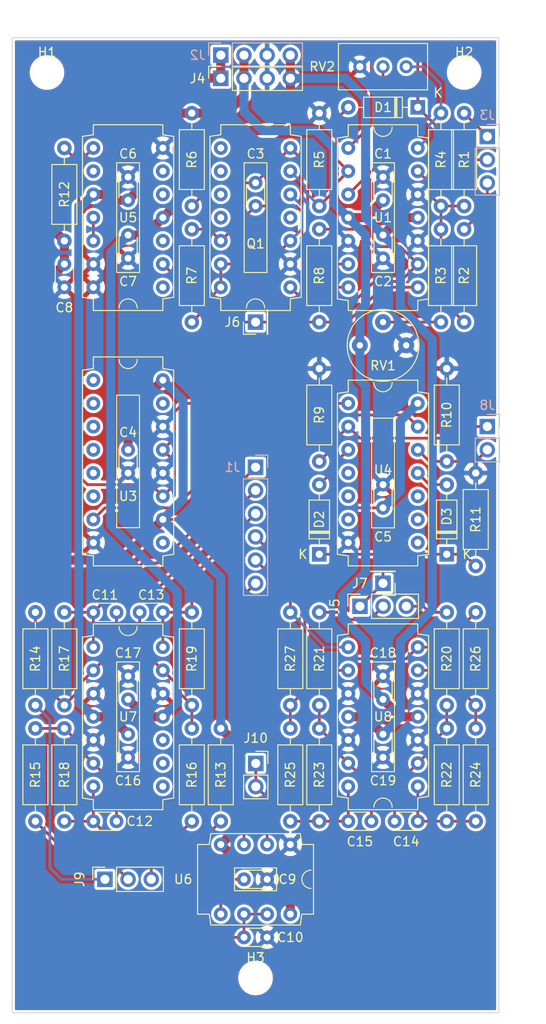
<source format=kicad_pcb>
(kicad_pcb (version 20211014) (generator pcbnew)
  (layers (0 "F.Cu" signal) (31 "B.Cu" signal) (34 "B.Paste" user) (35 "F.Paste" user) (36 "B.SilkS" user "B.Silkscreen") (37 "F.SilkS" user "F.Silkscreen") (38 "B.Mask" user) (39 "F.Mask" user) (44 "Edge.Cuts" user))
  (net 0 "")
  (net 1 "+12V")
  (net 2 "GNDD")
  (net 3 "-12V")
  (net 4 "Net-(C3-Pad1)")
  (net 5 "Net-(C3-Pad2)")
  (net 6 "+5V")
  (net 7 "Net-(C9-Pad1)")
  (net 8 "Net-(C10-Pad1)")
  (net 9 "Net-(C11-Pad1)")
  (net 10 "Sine_out")
  (net 11 "Net-(C12-Pad1)")
  (net 12 "Triangle_out")
  (net 13 "Net-(C13-Pad1)")
  (net 14 "Square_out")
  (net 15 "Net-(C14-Pad1)")
  (net 16 "Net-(C14-Pad2)")
  (net 17 "Net-(C15-Pad1)")
  (net 18 "Net-(C15-Pad2)")
  (net 19 "Clipping")
  (net 20 "/Summer-Clipper/V_linear")
  (net 21 "f_clk")
  (net 22 "Net-(D2-Pad2)")
  (net 23 "Net-(D3-Pad2)")
  (net 24 "Ramp_out")
  (net 25 "Saw_out")
  (net 26 "Pulse_out")
  (net 27 "Manual_mod")
  (net 28 "LFO_mod")
  (net 29 "VCO")
  (net 30 "LFO")
  (net 31 "Sine_in")
  (net 32 "Triangle_in")
  (net 33 "Square_in")
  (net 34 "Ramp_in")
  (net 35 "Saw_in")
  (net 36 "/Volt-Octave Converter/V_expo")
  (net 37 "Net-(Q1-Pad13)")
  (net 38 "Net-(R1-Pad2)")
  (net 39 "Net-(R3-Pad1)")
  (net 40 "Net-(R4-Pad2)")
  (net 41 "/Mode Selector/f_in")
  (net 42 "Net-(R24-Pad2)")
  (net 43 "Net-(R25-Pad2)")
  (net 63 "Net-(U5-Pad11)")
  (net 64 "Pulse_in")
  (net 65 "Net-(Q1-Pad1)")
  (net 66 "Net-(U3-Pad7)")
  (net 67 "Net-(RV2-Pad2)")
  (footprint "Resistor_THT:R_Axial_DIN0207_L6.3mm_D2.5mm_P10.16mm_Horizontal" (layer "F.Cu") (at 50.8 73.025 90)
    (fp_text reference "R26")
    (fp_text value "100k")
  )
  (footprint "Custom Footprints:DIP-14_central_caps" (layer "F.Cu") (at 12.7 19.685 180)
    (fp_text reference "U5")
    (fp_text value "VFC110")
  )
  (footprint "Resistor_THT:R_Axial_DIN0207_L6.3mm_D2.5mm_P10.16mm_Horizontal" (layer "F.Cu") (at 46.99 18.415 90)
    (fp_text reference "R4")
    (fp_text value "2k")
  )
  (footprint "Resistor_THT:R_Axial_DIN0207_L6.3mm_D2.5mm_P10.16mm_Horizontal" (layer "F.Cu") (at 33.655 46.355 90)
    (fp_text reference "R9")
    (fp_text value "1k")
  )
  (footprint "Custom Footprints:C_Disc_P2.54mm" (layer "F.Cu") (at 12.7 22.86 90)
    (fp_text reference "C7")
    (fp_text value "100n")
  )
  (footprint "Resistor_THT:R_Axial_DIN0207_L6.3mm_D2.5mm_P10.16mm_Horizontal" (layer "F.Cu") (at 19.685 31.115 90)
    (fp_text reference "R7")
    (fp_text value "3k9")
  )
  (footprint "Custom Footprints:C_Disc_P2.54mm" (layer "F.Cu") (at 26.67 98.425)
    (fp_text reference "C10")
    (fp_text value "100p")
  )
  (footprint "MountingHole:MountingHole_3.2mm_M3" (layer "F.Cu") (at 26.67 102.87)
    (fp_text reference "H3")
    (fp_text value "MountingHole")
  )
  (footprint "Resistor_THT:R_Axial_DIN0207_L6.3mm_D2.5mm_P10.16mm_Horizontal" (layer "F.Cu") (at 47.625 46.355 90)
    (fp_text reference "R10")
    (fp_text value "1k")
  )
  (footprint "Custom Footprints:C_Disc_P2.54mm" (layer "F.Cu") (at 5.715 26.035 -90)
    (fp_text reference "C8")
    (fp_text value "10n")
  )
  (footprint "MountingHole:MountingHole_3.2mm_M3" (layer "F.Cu") (at 49.53 3.81)
    (fp_text reference "H2")
    (fp_text value "MountingHole")
  )
  (footprint "Resistor_THT:R_Axial_DIN0207_L6.3mm_D2.5mm_P10.16mm_Horizontal" (layer "F.Cu") (at 33.655 62.865 -90)
    (fp_text reference "R21")
    (fp_text value "100k")
  )
  (footprint "Resistor_THT:R_Axial_DIN0207_L6.3mm_D2.5mm_P10.16mm_Horizontal" (layer "F.Cu") (at 47.625 62.865 -90)
    (fp_text reference "R20")
    (fp_text value "100k")
  )
  (footprint "Resistor_THT:R_Axial_DIN0207_L6.3mm_D2.5mm_P10.16mm_Horizontal" (layer "F.Cu") (at 46.99 31.115 90)
    (fp_text reference "R3")
    (fp_text value "100k")
  )
  (footprint "Resistor_THT:R_Axial_DIN0207_L6.3mm_D2.5mm_P10.16mm_Horizontal" (layer "F.Cu") (at 5.715 75.565 -90)
    (fp_text reference "R18")
    (fp_text value "100k")
  )
  (footprint "Custom Footprints:C_Disc_P2.54mm" (layer "F.Cu") (at 10.16 62.865 180)
    (fp_text reference "C11")
    (fp_text value "47p")
  )
  (footprint "Custom Footprints:C_Disc_P2.54mm" (layer "F.Cu") (at 12.7 71.12 -90)
    (fp_text reference "C17")
    (fp_text value "4n7")
  )
  (footprint "Custom Footprints:C_Disc_P2.54mm" (layer "F.Cu") (at 26.67 17.145 -90)
    (fp_text reference "C3")
    (fp_text value "100p")
  )
  (footprint "Custom Footprints:C_Disc_P2.54mm" (layer "F.Cu") (at 43.18 85.725)
    (fp_text reference "C14")
    (fp_text value "47p")
  )
  (footprint "Custom Footprints:DIP-14_central_caps" (layer "F.Cu") (at 40.64 47.625)
    (fp_text reference "U4")
    (fp_text value "74LS08")
  )
  (footprint "Connector_PinSocket_2.54mm:PinSocket_1x04_P2.54mm_Vertical" (layer "F.Cu") (at 22.86 4.445 90)
    (fp_text reference "J4")
    (fp_text value "conn_power_in")
  )
  (footprint "Resistor_THT:R_Axial_DIN0207_L6.3mm_D2.5mm_P10.16mm_Horizontal" (layer "F.Cu") (at 22.86 85.725 90)
    (fp_text reference "R13")
    (fp_text value "10k")
  )
  (footprint "Resistor_THT:R_Axial_DIN0207_L6.3mm_D2.5mm_P10.16mm_Horizontal" (layer "F.Cu") (at 50.8 57.785 90)
    (fp_text reference "R11")
    (fp_text value "1k")
  )
  (footprint "Resistor_THT:R_Axial_DIN0207_L6.3mm_D2.5mm_P10.16mm_Horizontal" (layer "F.Cu") (at 5.715 73.025 90)
    (fp_text reference "R17")
    (fp_text value "100k")
  )
  (footprint "Custom Footprints:C_Disc_P2.54mm" (layer "F.Cu") (at 40.64 50.165 -90)
    (fp_text reference "C5")
    (fp_text value "10n")
  )
  (footprint "Resistor_THT:R_Axial_DIN0207_L6.3mm_D2.5mm_P10.16mm_Horizontal" (layer "F.Cu") (at 2.54 73.025 90)
    (fp_text reference "R14")
    (fp_text value "100k")
  )
  (footprint "Diode_THT:D_DO-35_SOD27_P7.62mm_Horizontal" (layer "F.Cu") (at 47.625 56.515 90)
    (fp_text reference "D3")
    (fp_text value "1N4148")
  )
  (footprint "Connector_PinSocket_2.54mm:PinSocket_1x03_P2.54mm_Vertical" (layer "F.Cu") (at 38.115 62.205 90)
    (fp_text reference "J5")
    (fp_text value "conn_signals_in_1")
  )
  (footprint "Resistor_THT:R_Axial_DIN0207_L6.3mm_D2.5mm_P10.16mm_Horizontal" (layer "F.Cu") (at 33.655 20.955 -90)
    (fp_text reference "R8")
    (fp_text value "3k3")
  )
  (footprint "Custom Footprints:C_Disc_P2.54mm" (layer "F.Cu") (at 12.7 77.47 -90)
    (fp_text reference "C16")
    (fp_text value "4n7")
  )
  (footprint "Custom Footprints:C_Disc_P2.54mm" (layer "F.Cu") (at 26.67 92.075)
    (fp_text reference "C9")
    (fp_text value "10n")
  )
  (footprint "Connector_PinSocket_2.54mm:PinSocket_1x03_P2.54mm_Vertical" (layer "F.Cu") (at 10.16 92.075 90)
    (fp_text reference "J9")
    (fp_text value "conn_signals_in_2")
  )
  (footprint "Diode_THT:D_DO-35_SOD27_P7.62mm_Horizontal" (layer "F.Cu") (at 33.655 56.515 90)
    (fp_text reference "D2")
    (fp_text value "1N4148")
  )
  (footprint "Resistor_THT:R_Axial_DIN0207_L6.3mm_D2.5mm_P10.16mm_Horizontal" (layer "F.Cu") (at 30.48 73.025 90)
    (fp_text reference "R27")
    (fp_text value "100k")
  )
  (footprint "Resistor_THT:R_Axial_DIN0207_L6.3mm_D2.5mm_P10.16mm_Horizontal" (layer "F.Cu") (at 47.625 75.565 -90)
    (fp_text reference "R22")
    (fp_text value "100k")
  )
  (footprint "Custom Footprints:C_Disc_P2.54mm" (layer "F.Cu") (at 40.64 77.47 90)
    (fp_text reference "C19")
    (fp_text value "4n7")
  )
  (footprint "Potentiometer_THT:Potentiometer_Bourns_3296W_Vertical" (layer "F.Cu") (at 38.1 3.175 180)
    (fp_text reference "RV2")
    (fp_text value "1k-gain_adj")
  )
  (footprint "Resistor_THT:R_Axial_DIN0207_L6.3mm_D2.5mm_P10.16mm_Horizontal" (layer "F.Cu") (at 5.715 22.225 90)
    (fp_text reference "R12")
    (fp_text value "680R")
  )
  (footprint "Connector_PinHeader_2.54mm:PinHeader_1x01_P2.54mm_Vertical" (layer "F.Cu") (at 40.64 59.69 180)
    (fp_text reference "J7")
    (fp_text value "Test CLK")
  )
  (footprint "Resistor_THT:R_Axial_DIN0207_L6.3mm_D2.5mm_P10.16mm_Horizontal" (layer "F.Cu") (at 19.685 85.725 90)
    (fp_text reference "R16")
    (fp_text value "100k")
  )
  (footprint "Custom Footprints:C_Disc_P2.54mm" (layer "F.Cu") (at 15.24 62.865)
    (fp_text reference "C13")
    (fp_text value "47p")
  )
  (footprint "Connector_PinSocket_2.54mm:PinSocket_1x02_P2.54mm_Vertical" (layer "F.Cu") (at 26.695 79.395)
    (fp_text reference "J10")
    (fp_text value "conn_signals_in_3")
  )
  (footprint "Custom Footprints:C_Disc_P2.54mm" (layer "F.Cu") (at 12.7 16.51 -90)
    (fp_text reference "C6")
    (fp_text value "100n")
  )
  (footprint "Custom Footprints:DIP-14_central_caps" (layer "F.Cu") (at 40.64 74.295 180)
    (fp_text reference "U8")
    (fp_text value "TL074")
  )
  (footprint "Potentiometer_THT:Potentiometer_Bourns_3339P_Vertical_HandSoldering" (layer "F.Cu") (at 38.1 33.655 -90)
    (fp_text reference "RV1")
    (fp_text value "1k-offset_adj")
  )
  (footprint "Custom Footprints:C_Disc_P2.54mm" (layer "F.Cu") (at 40.64 16.51 90)
    (fp_text reference "C1")
    (fp_text value "4n7")
  )
  (footprint "Custom Footprints:DIP-14_central_caps" (layer "F.Cu") (at 26.67 19.685 180)
    (fp_text reference "Q1")
    (fp_text value "MPQ3904")
  )
  (footprint "Resistor_THT:R_Axial_DIN0207_L6.3mm_D2.5mm_P10.16mm_Horizontal" (layer "F.Cu") (at 50.8 85.725 90)
    (fp_text reference "R24")
    (fp_text value "100k")
  )
  (footprint "Resistor_THT:R_Axial_DIN0207_L6.3mm_D2.5mm_P10.16mm_Horizontal" (layer "F.Cu") (at 30.48 85.725 90)
    (fp_text reference "R25")
    (fp_text value "100k")
  )
  (footprint "Custom Footprints:DIP-14_central_caps" (layer "F.Cu") (at 12.7 74.295)
    (fp_text reference "U7")
    (fp_text value "TL074")
  )
  (footprint "Custom Footprints:C_Disc_P2.54mm" (layer "F.Cu") (at 10.16 85.725 180)
    (fp_text reference "C12")
    (fp_text value "47p")
  )
  (footprint "Custom Footprints:C_Disc_P2.54mm" (layer "F.Cu") (at 38.1 85.725 180)
    (fp_text reference "C15")
    (fp_text value "47p")
  )
  (footprint "MountingHole:MountingHole_3.2mm_M3" (layer "F.Cu") (at 3.81 3.81)
    (fp_text reference "H1")
    (fp_text value "MountingHole")
  )
  (footprint "Connector_PinHeader_2.54mm:PinHeader_1x01_P2.54mm_Vertical" (layer "F.Cu") (at 26.67 31.115 90)
    (fp_text reference "J6")
    (fp_text value "Exponential Test")
  )
  (footprint "Resistor_THT:R_Axial_DIN0207_L6.3mm_D2.5mm_P10.16mm_Horizontal" (layer "F.Cu") (at 33.655 75.565 -90)
    (fp_text reference "R23")
    (fp_text value "100k")
  )
  (footprint "Custom Footprints:DIP-14_central_caps" (layer "F.Cu") (at 40.64 19.685)
    (fp_text reference "U1")
    (fp_text value "TL074")
  )
  (footprint "Custom Footprints:DIP-16_central_caps" (layer "F.Cu") (at 12.7 46.355)
    (fp_text reference "U3")
    (fp_text value "74HC590")
  )
  (footprint "Custom Footprints:C_Disc_P2.54mm" (layer "F.Cu") (at 12.7 46.355 90)
    (fp_text reference "C4")
    (fp_text value "10n")
  )
  (footprint "Resistor_THT:R_Axial_DIN0207_L6.3mm_D2.5mm_P10.16mm_Horizontal" (layer "F.Cu") (at 19.685 8.255 -90)
    (fp_text reference "R6")
    (fp_text value "2M2")
  )
  (footprint "Resistor_THT:R_Axial_DIN0207_L6.3mm_D2.5mm_P10.16mm_Horizontal" (layer "F.Cu") (at 49.53 8.255 -90)
    (fp_text reference "R1")
    (fp_text value "100k")
  )
  (footprint "Custom Footprints:C_Disc_P2.54mm" (layer "F.Cu") (at 40.64 71.12 90)
    (fp_text reference "C18")
    (fp_text value "4n7")
  )
  (footprint "Resistor_THT:R_Axial_DIN0207_L6.3mm_D2.5mm_P10.16mm_Horizontal" (layer "F.Cu") (at 2.54 85.725 90)
    (fp_text reference "R15")
    (fp_text value "100k")
  )
  (footprint "Custom Footprints:C_Disc_P2.54mm" (layer "F.Cu") (at 40.64 22.86 90)
    (fp_text reference "C2")
    (fp_text value "4n7")
  )
  (footprint "Resistor_THT:R_Axial_DIN0207_L6.3mm_D2.5mm_P10.16mm_Horizontal" (layer "F.Cu") (at 49.53 20.955 -90)
    (fp_text reference "R2")
    (fp_text value "100k")
  )
  (footprint "Resistor_THT:R_Axial_DIN0207_L6.3mm_D2.5mm_P10.16mm_Horizontal" (layer "F.Cu") (at 19.685 73.025 90)
    (fp_text reference "R19")
    (fp_text value "100k")
  )
  (footprint "Diode_THT:D_DO-35_SOD27_P7.62mm_Horizontal" (layer "F.Cu") (at 44.45 7.62 180)
    (fp_text reference "D1")
    (fp_text value "1N4148")
  )
  (footprint "Custom Footprints:DIP-8_central_caps" (layer "F.Cu") (at 26.67 92.075 -90)
    (fp_text reference "U6")
    (fp_text value "NE555D")
  )
  (footprint "Resistor_THT:R_Axial_DIN0207_L6.3mm_D2.5mm_P10.16mm_Horizontal" (layer "F.Cu") (at 33.655 8.255 -90)
    (fp_text reference "R5")
    (fp_text value "1k")
  )
  (footprint "Connector_PinHeader_2.54mm:PinHeader_1x06_P2.54mm_Vertical" (layer "B.Cu") (at 26.67 46.99 180)
    (fp_text reference "J1")
    (fp_text value "conn_signals_out")
  )
  (footprint "Connector_PinHeader_2.54mm:PinHeader_1x03_P2.54mm_Vertical" (layer "B.Cu") (at 52.07 10.81 180)
    (fp_text reference "J3")
    (fp_text value "conn_modulation")
  )
  (footprint "Connector_PinHeader_2.54mm:PinHeader_1x04_P2.54mm_Vertical" (layer "B.Cu") (at 22.86 1.905 -90)
    (fp_text reference "J2")
    (fp_text value "conn_power_out")
  )
  (footprint "Connector_PinHeader_2.54mm:PinHeader_1x02_P2.54mm_Vertical" (layer "B.Cu") (at 52.07 42.54 180)
    (fp_text reference "J8")
    (fp_text value "conn_mode")
  )
  (gr_rect locked (start 0 0) (end 53.34 106.68) (layer "Edge.Cuts") (width 0.1) (fill none))
  (segment (start 19.685 8.255) (end 15.875 8.255) (width 1) (layer "F.Cu") (net 1))
  (segment (start 15.875 8.255) (end 14.605 9.525) (width 1) (layer "F.Cu") (net 1))
  (segment (start 23.495 8.255) (end 25.4 6.35) (width 1) (layer "F.Cu") (net 1))
  (segment (start 42.545 74.295) (end 40.64 72.39) (width 1) (layer "F.Cu") (net 1))
  (segment (start 14.605 15.875) (end 12.7 17.78) (width 1) (layer "F.Cu") (net 1))
  (segment (start 8.89 74.295) (end 10.795 74.295) (width 1) (layer "F.Cu") (net 1))
  (segment (start 14.605 9.525) (end 14.605 15.875) (width 1) (layer "F.Cu") (net 1))
  (segment (start 12.7 17.78) (end 11.43 17.78) (width 1) (layer "F.Cu") (net 1))
  (segment (start 10.795 74.295) (end 12.7 76.2) (width 1) (layer "F.Cu") (net 1))
  (segment (start 44.45 74.295) (end 42.545 74.295) (width 1) (layer "F.Cu") (net 1))
  (segment (start 10.795 17.145) (end 8.89 17.145) (width 1) (layer "F.Cu") (net 1))
  (segment (start 25.4 6.35) (end 25.4 1.905) (width 1) (layer "F.Cu") (net 1))
  (segment (start 40.64 17.78) (end 38.735 19.685) (width 1) (layer "F.Cu") (net 1))
  (segment (start 11.43 17.78) (end 10.795 17.145) (width 1) (layer "F.Cu") (net 1))
  (segment (start 38.735 19.685) (end 36.83 19.685) (width 1) (layer "F.Cu") (net 1))
  (segment (start 19.685 8.255) (end 23.495 8.255) (width 1) (layer "F.Cu") (net 1))
  (segment (start 38.735 58.485978) (end 38.735 38.1) (width 1) (layer "B.Cu") (net 1))
  (segment (start 36.83 19.685) (end 35.2425 18.0975) (width 1) (layer "B.Cu") (net 1))
  (segment (start 40.64 72.39) (end 38.735 70.485) (width 1) (layer "B.Cu") (net 1))
  (segment (start 38.735 38.1) (end 38.1 37.465) (width 1) (layer "B.Cu") (net 1))
  (segment (start 38.1 37.465) (end 38.1 33.655) (width 1) (layer "B.Cu") (net 1))
  (segment (start 7.3025 18.7325) (end 8.89 17.145) (width 1) (layer "B.Cu") (net 1))
  (segment (start 7.3025 72.39) (end 7.3025 18.415) (width 1) (layer "B.Cu") (net 1))
  (segment (start 35.2425 18.0975) (end 35.2425 12.065) (width 1) (layer "B.Cu") (net 1))
  (segment (start 38.735 21.59) (end 38.735 29.21) (width 1) (layer "B.Cu") (net 1))
  (segment (start 25.4 8.09625) (end 25.4 4.445) (width 1) (layer "B.Cu") (net 1))
  (segment (start 38.735 66.04) (end 36.195 63.5) (width 1) (layer "B.Cu") (net 1))
  (segment (start 38.1 29.845) (end 38.1 33.655) (width 1) (layer "B.Cu") (net 1))
  (segment (start 36.83 19.685) (end 38.735 21.59) (width 1) (layer "B.Cu") (net 1))
  (segment (start 38.735 70.485) (end 38.735 66.04) (width 1) (layer "B.Cu") (net 1))
  (segment (start 8.89 74.295) (end 7.3025 72.7075) (width 1) (layer "B.Cu") (net 1))
  (segment (start 33.3375 10.16) (end 27.46375 10.16) (width 1) (layer "B.Cu") (net 1))
  (segment (start 38.735 29.21) (end 38.1 29.845) (width 1) (layer "B.Cu") (net 1))
  (segment (start 35.2425 12.065) (end 33.3375 10.16) (width 1) (layer "B.Cu") (net 1))
  (segment (start 36.195 63.5) (end 36.195 61.025978) (width 1) (layer "B.Cu") (net 1))
  (segment (start 36.195 61.025978) (end 38.735 58.485978) (width 1) (layer "B.Cu") (net 1))
  (segment (start 27.46375 10.16) (end 25.4 8.09625) (width 1) (layer "B.Cu") (net 1))
  (segment (start 18.0975 18.0975) (end 18.0975 12.065) (width 1) (layer "F.Cu") (net 3))
  (segment (start 36.83 74.295) (end 38.735 74.295) (width 1) (layer "F.Cu") (net 3))
  (segment (start 14.605 21.59) (end 16.51 19.685) (width 1) (layer "F.Cu") (net 3))
  (segment (start 18.0975 12.065) (end 20.0025 10.16) (width 1) (layer "F.Cu") (net 3))
  (segment (start 16.51 74.295) (end 14.605 74.295) (width 1) (layer "F.Cu") (net 3))
  (segment (start 16.51 19.685) (end 18.0975 18.0975) (width 1) (layer "F.Cu") (net 3))
  (segment (start 40.64 21.59) (end 42.545 19.685) (width 1) (layer "F.Cu") (net 3))
  (segment (start 20.0025 10.16) (end 28.575 10.16) (width 1) (layer "F.Cu") (net 3))
  (segment (start 38.735 74.295) (end 40.64 76.2) (width 1) (layer "F.Cu") (net 3))
  (segment (start 12.7 21.59) (end 14.605 21.59) (width 1) (layer "F.Cu") (net 3))
  (segment (start 28.575 10.16) (end 30.49 8.245) (width 1) (layer "F.Cu") (net 3))
  (segment (start 14.605 74.295) (end 12.7 72.39) (width 1) (layer "F.Cu") (net 3))
  (segment (start 30.48 1.905) (end 30.48 4.445) (width 1) (layer "F.Cu") (net 3))
  (segment (start 42.545 19.685) (end 44.45 19.685) (width 1) (layer "F.Cu") (net 3))
  (segment (start 30.49 8.245) (end 30.49 4.42) (width 1) (layer "F.Cu") (net 3))
  (segment (start 10.795 23.495) (end 12.7 21.59) (width 1) (layer "B.Cu") (net 3))
  (segment (start 46.0375 33.02) (end 42.545 29.5275) (width 1) (layer "B.Cu") (net 3))
  (segment (start 46.0375 62.5475) (end 46.0375 33.02) (width 1) (layer "B.Cu") (net 3))
  (segment (start 42.545 23.495) (end 40.64 21.59) (width 1) (layer "B.Cu") (net 3))
  (segment (start 42.545 74.295) (end 42.545 66.04) (width 1) (layer "B.Cu") (net 3))
  (segment (start 40.64 76.2) (end 42.545 74.295) (width 1) (layer "B.Cu") (net 3))
  (segment (start 18.0975 60.6425) (end 10.795 53.34) (width 1) (layer "B.Cu") (net 3))
  (segment (start 38.735 6.6675) (end 36.5125 4.445) (width 1) (layer "B.Cu") (net 3))
  (segment (start 38.735 19.685) (end 38.735 6.6675) (width 1) (layer "B.Cu") (net 3))
  (segment (start 42.545 29.5275) (end 42.545 23.495) (width 1) (layer "B.Cu") (net 3))
  (segment (start 10.795 53.34) (end 10.795 23.495) (width 1) (layer "B.Cu") (net 3))
  (segment (start 36.5125 4.445) (end 30.48 4.445) (width 1) (layer "B.Cu") (net 3))
  (segment (start 40.64 21.59) (end 38.735 19.685) (width 1) (layer "B.Cu") (net 3))
  (segment (start 16.51 74.295) (end 18.0975 72.7075) (width 1) (layer "B.Cu") (net 3))
  (segment (start 18.0975 72.7075) (end 18.0975 60.96) (width 1) (layer "B.Cu") (net 3))
  (segment (start 42.545 66.04) (end 46.0375 62.5475) (width 1) (layer "B.Cu") (net 3))
  (segment (start 32.385 23.495) (end 32.385 13.97) (width 0.3) (layer "F.Cu") (net 4))
  (segment (start 22.225 15.875) (end 26.67 15.875) (width 0.3) (layer "F.Cu") (net 4))
  (segment (start 36.83 24.765) (end 33.655 24.765) (width 0.3) (layer "F.Cu") (net 4))
  (segment (start 26.67 15.875) (end 30.48 12.065) (width 0.3) (layer "F.Cu") (net 4))
  (segment (start 32.385 13.97) (end 30.48 12.065) (width 0.3) (layer "F.Cu") (net 4))
  (segment (start 33.655 24.765) (end 32.385 23.495) (width 0.3) (layer "F.Cu") (net 4))
  (segment (start 19.685 18.415) (end 22.225 15.875) (width 0.3) (layer "F.Cu") (net 4))
  (segment (start 31.75 26.035) (end 33.02 27.305) (width 0.3) (layer "F.Cu") (net 5))
  (segment (start 21.59 20.955) (end 22.86 22.225) (width 0.3) (layer "F.Cu") (net 5))
  (segment (start 22.86 22.225) (end 26.67 18.415) (width 0.3) (layer "F.Cu") (net 5))
  (segment (start 19.685 20.955) (end 21.59 20.955) (width 0.3) (layer "F.Cu") (net 5))
  (segment (start 31.115 18.415) (end 31.75 19.05) (width 0.3) (layer "F.Cu") (net 5))
  (segment (start 31.75 19.05) (end 31.75 26.035) (width 0.3) (layer "F.Cu") (net 5))
  (segment (start 26.67 18.415) (end 31.115 18.415) (width 0.3) (layer "F.Cu") (net 5))
  (segment (start 33.02 27.305) (end 36.83 27.305) (width 0.3) (layer "F.Cu") (net 5))
  (segment (start 30.48 91.44) (end 30.48 95.885) (width 1) (layer "F.Cu") (net 6))
  (segment (start 16.51 52.705) (end 12.065 57.15) (width 1) (layer "F.Cu") (net 6))
  (segment (start 12.7 41.275) (end 16.51 37.465) (width 1) (layer "F.Cu") (net 6))
  (segment (start 5.715 57.15) (end 3.81 55.245) (width 1) (layer "F.Cu") (net 6))
  (segment (start 12.065 57.15) (end 5.715 57.15) (width 1) (layer "F.Cu") (net 6))
  (segment (start 25.7175 45.4025) (end 27.6225 45.4025) (width 0.3) (layer "F.Cu") (net 6))
  (segment (start 16.51 52.705) (end 18.415 52.705) (width 0.3) (layer "F.Cu") (net 6))
  (segment (start 3.81 20.32) (end 5.715 22.225) (width 1) (layer "F.Cu") (net 6))
  (segment (start 22.86 75.565) (end 24.4475 77.1525) (width 1) (layer "F.Cu") (net 6))
  (segment (start 24.4475 77.1525) (end 24.4475 86.6775) (width 1) (layer "F.Cu") (net 6))
  (segment (start 22.87 4.42) (end 7.645 4.42) (width 1) (layer "F.Cu") (net 6))
  (segment (start 33.655 51.435) (end 40.64 51.435) (width 0.3) (layer "F.Cu") (net 6))
  (segment (start 29.21 90.17) (end 30.48 91.44) (width 1) (layer "F.Cu") (net 6))
  (segment (start 12.7 45.085) (end 12.7 41.275) (width 1) (layer "F.Cu") (net 6))
  (segment (start 5.715 22.225) (end 5.715 24.765) (width 1) (layer "F.Cu") (net 6))
  (segment (start 22.86 88.265) (end 24.765 90.17) (width 1) (layer "F.Cu") (net 6))
  (segment (start 18.415 52.705) (end 25.7175 45.4025) (width 0.3) (layer "F.Cu") (net 6))
  (segment (start 7.645 4.42) (end 3.81 8.255) (width 1) (layer "F.Cu") (net 6))
  (segment (start 3.81 26.67) (end 5.715 24.765) (width 1) (layer "F.Cu") (net 6))
  (segment (start 22.86 1.905) (end 22.86 4.445) (width 1) (layer "F.Cu") (net 6))
  (segment (start 24.765 90.17) (end 29.21 90.17) (width 1) (layer "F.Cu") (net 6))
  (segment (start 3.81 55.245) (end 3.81 26.67) (width 1) (layer "F.Cu") (net 6))
  (segment (start 3.81 8.255) (end 3.81 20.32) (width 1) (layer "F.Cu") (net 6))
  (segment (start 27.6225 45.4025) (end 33.655 51.435) (width 0.3) (layer "F.Cu") (net 6))
  (segment (start 24.4475 86.6775) (end 22.86 88.265) (width 1) (layer "F.Cu") (net 6))
  (segment (start 18.7325 39.6875) (end 18.7325 50.4825) (width 1) (layer "B.Cu") (net 6))
  (segment (start 22.86 59.055) (end 22.86 75.2475) (width 1) (layer "B.Cu") (net 6))
  (segment (start 42.545 49.53) (end 42.545 41.91) (width 1) (layer "B.Cu") (net 6))
  (segment (start 42.545 41.91) (end 44.45 40.005) (width 1) (layer "B.Cu") (net 6))
  (segment (start 16.51 37.465) (end 18.7325 39.6875) (width 1) (layer "B.Cu") (net 6))
  (segment (start 16.51 52.705) (end 22.86 59.055) (width 1) (layer "B.Cu") (net 6))
  (segment (start 18.7325 50.4825) (end 16.51 52.705) (width 1) (layer "B.Cu") (net 6))
  (segment (start 40.64 51.435) (end 42.545 49.53) (width 1) (layer "B.Cu") (net 6))
  (segment (start 22.86 92.71) (end 22.86 95.885) (width 0.3) (layer "F.Cu") (net 7))
  (segment (start 23.495 92.075) (end 22.86 92.71) (width 0.3) (layer "F.Cu") (net 7))
  (segment (start 25.4 92.075) (end 23.495 92.075) (width 0.3) (layer "F.Cu") (net 7))
  (segment (start 25.4 95.885) (end 25.4 98.425) (width 0.3) (layer "F.Cu") (net 8))
  (segment (start 25.4 95.885) (end 27.94 95.885) (width 0.3) (layer "F.Cu") (net 8))
  (segment (start 21.59 97.155) (end 21.59 86.995) (width 0.3) (layer "F.Cu") (net 8))
  (segment (start 22.86 98.425) (end 21.59 97.155) (width 0.3) (layer "F.Cu") (net 8))
  (segment (start 25.4 98.425) (end 22.86 98.425) (width 0.3) (layer "F.Cu") (net 8))
  (segment (start 21.59 86.995) (end 22.86 85.725) (width 0.3) (layer "F.Cu") (net 8))
  (segment (start 7.3025 70.8025) (end 8.89 69.215) (width 0.3) (layer "F.Cu") (net 9))
  (segment (start 8.89 69.215) (end 11.43 66.675) (width 0.3) (layer "F.Cu") (net 9))
  (segment (start 7.3025 71.4375) (end 7.3025 70.8025) (width 0.3) (layer "F.Cu") (net 9))
  (segment (start 5.715 73.025) (end 7.3025 71.4375) (width 0.3) (layer "F.Cu") (net 9))
  (segment (start 11.43 66.675) (end 11.43 62.865) (width 0.3) (layer "F.Cu") (net 9))
  (segment (start 2.54 62.865) (end 2.54 69.85) (width 0.3) (layer "F.Cu") (net 9))
  (segment (start 2.54 69.85) (end 5.715 73.025) (width 0.3) (layer "F.Cu") (net 9))
  (segment (start 5.715 62.865) (end 8.89 62.865) (width 0.3) (layer "F.Cu") (net 10))
  (segment (start 8.89 62.865) (end 14.2875 57.4675) (width 0.3) (layer "F.Cu") (net 10))
  (segment (start 16.1925 57.4675) (end 26.67 46.99) (width 0.3) (layer "F.Cu") (net 10))
  (segment (start 14.2875 57.4675) (end 16.1925 57.4675) (width 0.3) (layer "F.Cu") (net 10))
  (segment (start 8.89 62.865) (end 8.89 66.675) (width 0.3) (layer "F.Cu") (net 10))
  (segment (start 2.54 75.565) (end 5.715 75.565) (width 0.3) (layer "F.Cu") (net 11))
  (segment (start 7.3025 77.7875) (end 8.89 79.375) (width 0.3) (layer "F.Cu") (net 11))
  (segment (start 7.3025 77.1525) (end 7.3025 77.7875) (width 0.3) (layer "F.Cu") (net 11))
  (segment (start 8.89 79.375) (end 11.43 81.915) (width 0.3) (layer "F.Cu") (net 11))
  (segment (start 5.715 75.565) (end 7.3025 77.1525) (width 0.3) (layer "F.Cu") (net 11))
  (segment (start 11.43 81.915) (end 11.43 85.725) (width 0.3) (layer "F.Cu") (net 11))
  (segment (start 10.16 86.995) (end 12.7 86.995) (width 0.3) (layer "F.Cu") (net 12))
  (segment (start 12.7 66.9925) (end 12.7 60.96) (width 0.3) (layer "F.Cu") (net 12))
  (segment (start 11.43 68.2625) (end 12.7 66.9925) (width 0.3) (layer "F.Cu") (net 12))
  (segment (start 8.89 81.915) (end 8.89 85.725) (width 0.3) (layer "F.Cu") (net 12))
  (segment (start 8.89 85.725) (end 5.715 85.725) (width 0.3) (layer "F.Cu") (net 12))
  (segment (start 13.97 85.725) (end 13.97 75.572793) (width 0.3) (layer "F.Cu") (net 12))
  (segment (start 13.6525 60.0075) (end 16.1925 60.0075) (width 0.3) (layer "F.Cu") (net 12))
  (segment (start 12.7 60.96) (end 13.6525 60.0075) (width 0.3) (layer "F.Cu") (net 12))
  (segment (start 11.43 73.032793) (end 11.43 68.2625) (width 0.3) (layer "F.Cu") (net 12))
  (segment (start 8.89 85.725) (end 10.16 86.995) (width 0.3) (layer "F.Cu") (net 12))
  (segment (start 13.97 75.572793) (end 11.43 73.032793) (width 0.3) (layer "F.Cu") (net 12))
  (segment (start 16.1925 60.0075) (end 26.67 49.53) (width 0.3) (layer "F.Cu") (net 12))
  (segment (start 12.7 86.995) (end 13.97 85.725) (width 0.3) (layer "F.Cu") (net 12))
  (segment (start 18.0975 70.8025) (end 18.0975 71.4375) (width 0.3) (layer "F.Cu") (net 13))
  (segment (start 18.0975 71.4375) (end 19.685 73.025) (width 0.3) (layer "F.Cu") (net 13))
  (segment (start 19.685 73.025) (end 19.685 75.565) (width 0.3) (layer "F.Cu") (net 13))
  (segment (start 13.97 66.675) (end 16.51 69.215) (width 0.3) (layer "F.Cu") (net 13))
  (segment (start 16.51 69.215) (end 18.0975 70.8025) (width 0.3) (layer "F.Cu") (net 13))
  (segment (start 13.97 62.865) (end 13.97 66.675) (width 0.3) (layer "F.Cu") (net 13))
  (segment (start 16.51 63.1825) (end 16.51 62.865) (width 0.3) (layer "F.Cu") (net 14))
  (segment (start 19.685 59.055) (end 26.67 52.07) (width 0.3) (layer "F.Cu") (net 14))
  (segment (start 16.51 62.865) (end 16.51 66.675) (width 0.3) (layer "F.Cu") (net 14))
  (segment (start 19.685 62.5475) (end 19.685 59.055) (width 0.3) (layer "F.Cu") (net 14))
  (segment (start 16.51 62.865) (end 19.685 62.865) (width 0.3) (layer "F.Cu") (net 14))
  (segment (start 41.91 85.725) (end 41.91 81.915) (width 0.3) (layer "F.Cu") (net 15))
  (segment (start 46.0375 77.7875) (end 46.0375 77.1525) (width 0.3) (layer "F.Cu") (net 15))
  (segment (start 44.45 79.375) (end 46.0375 77.7875) (width 0.3) (layer "F.Cu") (net 15))
  (segment (start 46.0375 77.1525) (end 47.625 75.565) (width 0.3) (layer "F.Cu") (net 15))
  (segment (start 47.625 73.025) (end 47.625 75.565) (width 0.3) (layer "F.Cu") (net 15))
  (segment (start 41.91 81.915) (end 44.45 79.375) (width 0.3) (layer "F.Cu") (net 15))
  (segment (start 44.45 85.725) (end 47.625 85.725) (width 0.3) (layer "F.Cu") (net 16))
  (segment (start 44.45 81.915) (end 44.45 85.725) (width 0.3) (layer "F.Cu") (net 16))
  (segment (start 47.625 85.725) (end 50.8 85.725) (width 0.3) (layer "F.Cu") (net 16))
  (segment (start 35.2425 77.1525) (end 35.2425 77.7875) (width 0.3) (layer "F.Cu") (net 17))
  (segment (start 33.655 73.025) (end 33.655 75.565) (width 0.3) (layer "F.Cu") (net 17))
  (segment (start 36.83 79.375) (end 39.37 81.915) (width 0.3) (layer "F.Cu") (net 17))
  (segment (start 33.655 75.565) (end 35.2425 77.1525) (width 0.3) (layer "F.Cu") (net 17))
  (segment (start 39.37 81.915) (end 39.37 85.725) (width 0.3) (layer "F.Cu") (net 17))
  (segment (start 35.2425 77.7875) (end 36.83 79.375) (width 0.3) (layer "F.Cu") (net 17))
  (segment (start 33.655 85.725) (end 30.48 85.725) (width 0.3) (layer "F.Cu") (net 18))
  (segment (start 36.83 85.725) (end 33.655 85.725) (width 0.3) (layer "F.Cu") (net 18))
  (segment (start 36.83 81.915) (end 36.83 85.725) (width 0.3) (layer "F.Cu") (net 18))
  (segment (start 52.07 13.35) (end 50.18 13.35) (width 0.3) (layer "F.Cu") (net 19))
  (segment (start 39.37 2.558746) (end 40.023746 1.905) (width 0.3) (layer "F.Cu") (net 19))
  (segment (start 36.83 12.065) (end 39.37 9.525) (width 0.3) (layer "F.Cu") (net 19))
  (segment (start 44.45 2.54) (end 44.45 7.62) (width 0.3) (layer "F.Cu") (net 19))
  (segment (start 50.18 13.35) (end 44.45 7.62) (width 0.3) (layer "F.Cu") (net 19))
  (segment (start 40.023746 1.905) (end 43.815 1.905) (width 0.3) (layer "F.Cu") (net 19))
  (segment (start 43.815 1.905) (end 44.45 2.54) (width 0.3) (layer "F.Cu") (net 19))
  (segment (start 39.37 9.525) (end 39.37 2.558746) (width 0.3) (layer "F.Cu") (net 19))
  (segment (start 35.56 13.335) (end 36.83 14.605) (width 0.3) (layer "F.Cu") (net 20))
  (segment (start 35.2425 16.8275) (end 33.655 18.415) (width 0.3) (layer "F.Cu") (net 20))
  (segment (start 36.83 14.605) (end 35.2425 16.1925) (width 0.3) (layer "F.Cu") (net 20))
  (segment (start 35.2425 16.1925) (end 35.2425 16.8275) (width 0.3) (layer "F.Cu") (net 20))
  (segment (start 36.83 7.62) (end 35.56 8.89) (width 0.3) (layer "F.Cu") (net 20))
  (segment (start 35.56 8.89) (end 35.56 13.335) (width 0.3) (layer "F.Cu") (net 20))
  (segment (start 30.48 14.605) (end 32.0675 16.1925) (width 0.3) (layer "B.Cu") (net 20))
  (segment (start 32.0675 16.8275) (end 33.655 18.415) (width 0.3) (layer "B.Cu") (net 20))
  (segment (start 32.0675 16.1925) (end 32.0675 16.8275) (width 0.3) (layer "B.Cu") (net 20))
  (segment (start 38.125 62.205) (end 40.64 59.69) (width 0.3) (layer "F.Cu") (net 21))
  (segment (start 47.625 56.515) (end 49.53 56.515) (width 0.3) (layer "F.Cu") (net 21))
  (segment (start 41.275 56.515) (end 40.64 57.15) (width 0.3) (layer "F.Cu") (net 21))
  (segment (start 49.53 56.515) (end 50.8 57.785) (width 0.3) (layer "F.Cu") (net 21))
  (segment (start 47.625 56.515) (end 41.275 56.515) (width 0.3) (layer "F.Cu") (net 21))
  (segment (start 40.64 57.15) (end 40.64 59.69) (width 0.3) (layer "F.Cu") (net 21))
  (segment (start 33.655 56.515) (end 40.005 56.515) (width 0.3) (layer "F.Cu") (net 21))
  (segment (start 38.115 62.205) (end 38.125 62.205) (width 0.3) (layer "F.Cu") (net 21))
  (segment (start 40.64 57.15) (end 40.005 56.515) (width 0.3) (layer "F.Cu") (net 21))
  (segment (start 36.83 45.085) (end 35.2425 46.6725) (width 0.3) (layer "F.Cu") (net 22))
  (segment (start 35.2425 46.6725) (end 35.2425 47.3075) (width 0.3) (layer "F.Cu") (net 22))
  (segment (start 35.2425 47.3075) (end 33.655 48.895) (width 0.3) (layer "F.Cu") (net 22))
  (segment (start 45.72 48.895) (end 44.45 47.625) (width 0.3) (layer "F.Cu") (net 23))
  (segment (start 47.625 48.895) (end 45.72 48.895) (width 0.3) (layer "F.Cu") (net 23))
  (segment (start 32.0675 60.0075) (end 32.0675 65.7225) (width 0.3) (layer "F.Cu") (net 24))
  (segment (start 32.0675 65.7225) (end 34.29 67.945) (width 0.3) (layer "F.Cu") (net 24))
  (segment (start 43.18 67.945) (end 44.45 66.675) (width 0.3) (layer "F.Cu") (net 24))
  (segment (start 26.67 54.61) (end 32.0675 60.0075) (width 0.3) (layer "F.Cu") (net 24))
  (segment (start 44.45 66.675) (end 46.99 66.675) (width 0.3) (layer "F.Cu") (net 24))
  (segment (start 34.29 67.945) (end 43.18 67.945) (width 0.3) (layer "F.Cu") (net 24))
  (segment (start 46.99 66.675) (end 50.8 62.865) (width 0.3) (layer "F.Cu") (net 24))
  (segment (start 30.48 60.96) (end 26.67 57.15) (width 0.3) (layer "F.Cu") (net 25))
  (segment (start 30.48 62.865) (end 30.48 60.96) (width 0.3) (layer "F.Cu") (net 25))
  (segment (start 30.48 62.865) (end 34.29 66.675) (width 0.3) (layer "B.Cu") (net 25))
  (segment (start 34.29 66.675) (end 36.83 66.675) (width 0.3) (layer "B.Cu") (net 25))
  (segment (start 25.4 88.265) (end 25.4 60.96) (width 0.3) (layer "F.Cu") (net 26))
  (segment (start 25.4 60.96) (end 26.67 59.69) (width 0.3) (layer "F.Cu") (net 26))
  (segment (start 49.53 8.255) (end 52.07 10.795) (width 0.3) (layer "F.Cu") (net 27))
  (segment (start 52.07 18.415) (end 52.07 15.875) (width 0.3) (layer "F.Cu") (net 28))
  (segment (start 49.53 20.955) (end 52.07 18.415) (width 0.3) (layer "F.Cu") (net 28))
  (segment (start 35.2425 44.7675) (end 33.655 46.355) (width 0.3) (layer "F.Cu") (net 29))
  (segment (start 35.2425 44.1325) (end 35.2425 44.7675) (width 0.3) (layer "F.Cu") (net 29))
  (segment (start 52.07 42.54) (end 48.265 42.54) (width 0.3) (layer "F.Cu") (net 29))
  (segment (start 36.83 42.545) (end 35.2425 44.1325) (width 0.3) (layer "F.Cu") (net 29))
  (segment (start 48.265 42.54) (end 46.99 43.815) (width 0.3) (layer "F.Cu") (net 29))
  (segment (start 38.1 43.815) (end 36.83 42.545) (width 0.3) (layer "F.Cu") (net 29))
  (segment (start 46.99 43.815) (end 38.1 43.815) (width 0.3) (layer "F.Cu") (net 29))
  (segment (start 50.8 46.355) (end 52.07 45.085) (width 0.3) (layer "F.Cu") (net 30))
  (segment (start 45.72 46.355) (end 44.45 45.085) (width 0.3) (layer "F.Cu") (net 30))
  (segment (start 47.625 46.355) (end 50.8 46.355) (width 0.3) (layer "F.Cu") (net 30))
  (segment (start 47.625 46.355) (end 45.72 46.355) (width 0.3) (layer "F.Cu") (net 30))
  (segment (start 4.1275 90.805) (end 4.1275 74.6125) (width 0.3) (layer "B.Cu") (net 31))
  (segment (start 10.16 92.075) (end 5.3975 92.075) (width 0.3) (layer "B.Cu") (net 31))
  (segment (start 5.3975 92.075) (end 4.1275 90.805) (width 0.3) (layer "B.Cu") (net 31))
  (segment (start 4.1275 74.6125) (end 2.54 73.025) (width 0.3) (layer "B.Cu") (net 31))
  (segment (start 9.525 88.9) (end 5.715 88.9) (width 0.3) (layer "F.Cu") (net 32))
  (segment (start 5.715 88.9) (end 2.54 85.725) (width 0.3) (layer "F.Cu") (net 32))
  (segment (start 12.7 92.075) (end 9.525 88.9) (width 0.3) (layer "F.Cu") (net 32))
  (segment (start 15.24 90.17) (end 19.685 85.725) (width 0.3) (layer "F.Cu") (net 33))
  (segment (start 15.24 92.075) (end 15.24 90.17) (width 0.3) (layer "F.Cu") (net 33))
  (segment (start 45.72 62.865) (end 47.625 62.865) (width 0.3) (layer "F.Cu") (net 34))
  (segment (start 45.06 62.205) (end 45.72 62.865) (width 0.3) (layer "F.Cu") (net 34))
  (segment (start 43.195 62.205) (end 45.06 62.205) (width 0.3) (layer "F.Cu") (net 34))
  (segment (start 39.205001 63.664999) (end 40.64 62.23) (width 0.3) (layer "F.Cu") (net 35))
  (segment (start 36.994999 63.664999) (end 39.205001 63.664999) (width 0.3) (layer "F.Cu") (net 35))
  (segment (start 33.655 62.865) (end 36.195 62.865) (width 0.3) (layer "F.Cu") (net 35))
  (segment (start 36.195 62.865) (end 36.994999 63.664999) (width 0.3) (layer "F.Cu") (net 35))
  (segment (start 26.67 31.115) (end 33.655 31.115) (width 0.3) (layer "F.Cu") (net 36))
  (segment (start 23.495 31.115) (end 26.67 31.115) (width 0.3) (layer "F.Cu") (net 36))
  (segment (start 19.05 32.385) (end 22.225 32.385) (width 0.3) (layer "F.Cu") (net 36))
  (segment (start 16.51 24.765) (end 18.0975 26.3525) (width 0.3) (layer "F.Cu") (net 36))
  (segment (start 18.0975 26.3525) (end 18.0975 31.4325) (width 0.3) (layer "F.Cu") (net 36))
  (segment (start 40.570685 27.305) (end 44.45 27.305) (width 0.3) (layer "F.Cu") (net 36))
  (segment (start 18.0975 31.4325) (end 19.05 32.385) (width 0.3) (layer "F.Cu") (net 36))
  (segment (start 33.655 31.115) (end 36.760685 31.115) (width 0.3) (layer "F.Cu") (net 36))
  (segment (start 36.760685 31.115) (end 40.570685 27.305) (width 0.3) (layer "F.Cu") (net 36))
  (segment (start 22.225 32.385) (end 23.495 31.115) (width 0.3) (layer "F.Cu") (net 36))
  (segment (start 22.86 24.765) (end 27.94 24.765) (width 0.3) (layer "F.Cu") (net 37))
  (segment (start 27.94 24.765) (end 30.48 22.225) (width 0.3) (layer "F.Cu") (net 37))
  (segment (start 21.2725 29.5275) (end 21.2725 28.8925) (width 0.3) (layer "F.Cu") (net 37))
  (segment (start 19.685 31.115) (end 21.2725 29.5275) (width 0.3) (layer "F.Cu") (net 37))
  (segment (start 21.2725 28.8925) (end 22.86 27.305) (width 0.3) (layer "F.Cu") (net 37))
  (segment (start 22.86 27.305) (end 22.86 24.765) (width 0.3) (layer "F.Cu") (net 37))
  (segment (start 31.75 18.415) (end 30.48 17.145) (width 0.3) (layer "B.Cu") (net 37))
  (segment (start 30.48 22.225) (end 31.75 20.955) (width 0.3) (layer "B.Cu") (net 37))
  (segment (start 31.75 20.955) (end 31.75 18.415) (width 0.3) (layer "B.Cu") (net 37))
  (segment (start 45.72 15.875) (end 44.45 14.605) (width 0.3) (layer "F.Cu") (net 38))
  (segment (start 46.99 18.415) (end 49.53 18.415) (width 0.3) (layer "F.Cu") (net 38))
  (segment (start 46.99 18.415) (end 45.72 17.145) (width 0.3) (layer "F.Cu") (net 38))
  (segment (start 49.53 31.115) (end 46.99 28.575) (width 0.3) (layer "F.Cu") (net 38))
  (segment (start 45.72 17.145) (end 45.72 15.875) (width 0.3) (layer "F.Cu") (net 38))
  (segment (start 46.99 28.575) (end 46.99 18.415) (width 0.3) (layer "F.Cu") (net 38))
  (segment (start 40.64 31.115) (end 46.99 31.115) (width 0.3) (layer "F.Cu") (net 39))
  (segment (start 45.72 10.795) (end 45.72 9.525) (width 0.3) (layer "B.Cu") (net 40))
  (segment (start 46.99 8.255) (end 46.99 5.08) (width 0.3) (layer "B.Cu") (net 40))
  (segment (start 44.45 12.065) (end 45.72 10.795) (width 0.3) (layer "B.Cu") (net 40))
  (segment (start 46.99 5.08) (end 45.085 3.175) (width 0.3) (layer "B.Cu") (net 40))
  (segment (start 45.085 3.175) (end 43.18 3.175) (width 0.3) (layer "B.Cu") (net 40))
  (segment (start 45.72 9.525) (end 46.99 8.255) (width 0.3) (layer "B.Cu") (net 40))
  (segment (start 7.3025 47.9425) (end 8.255 48.895) (width 0.3) (layer "F.Cu") (net 41))
  (segment (start 16.51 50.165) (end 17.78 48.895) (width 0.3) (layer "F.Cu") (net 41))
  (segment (start 17.78 48.895) (end 17.78 46.355) (width 0.3) (layer "F.Cu") (net 41))
  (segment (start 7.3025 13.6525) (end 7.3025 47.9425) (width 0.3) (layer "F.Cu") (net 41))
  (segment (start 15.24 48.895) (end 16.51 50.165) (width 0.3) (layer "F.Cu") (net 41))
  (segment (start 18.7325 40.005) (end 19.3675 40.005) (width 0.3) (layer "F.Cu") (net 41))
  (segment (start 16.51 45.085) (end 17.78 43.815) (width 0.3) (layer "F.Cu") (net 41))
  (segment (start 6.985 13.335) (end 5.715 12.065) (width 0.3) (layer "F.Cu") (net 41))
  (segment (start 7.3025 13.6525) (end 6.985 13.335) (width 0.3) (layer "F.Cu") (net 41))
  (segment (start 8.89 12.065) (end 7.3025 13.6525) (width 0.3) (layer "F.Cu") (net 41))
  (segment (start 17.78 40.9575) (end 18.7325 40.005) (width 0.3) (layer "F.Cu") (net 41))
  (segment (start 21.59 40.005) (end 36.83 40.005) (width 0.3) (layer "F.Cu") (net 41))
  (segment (start 17.78 46.355) (end 16.51 45.085) (width 0.3) (layer "F.Cu") (net 41))
  (segment (start 17.78 43.815) (end 17.78 40.9575) (width 0.3) (layer "F.Cu") (net 41))
  (segment (start 8.255 48.895) (end 15.24 48.895) (width 0.3) (layer "F.Cu") (net 41))
  (segment (start 21.59 40.005) (end 19.3675 40.005) (width 0.3) (layer "F.Cu") (net 41))
  (segment (start 46.99 69.215) (end 50.8 73.025) (width 0.3) (layer "F.Cu") (net 42))
  (segment (start 44.45 69.215) (end 46.99 69.215) (width 0.3) (layer "F.Cu") (net 42))
  (segment (start 50.8 73.025) (end 50.8 75.565) (width 0.3) (layer "F.Cu") (net 42))
  (segment (start 30.48 73.025) (end 30.48 75.565) (width 0.3) (layer "F.Cu") (net 43))
  (segment (start 34.29 69.215) (end 36.83 69.215) (width 0.3) (layer "F.Cu") (net 43))
  (segment (start 30.48 73.025) (end 34.29 69.215) (width 0.3) (layer "F.Cu") (net 43))
  (segment (start 8.89 19.685) (end 8.89 22.225) (width 0.3) (layer "F.Cu") (net 63))
  (segment (start 26.695 81.89) (end 27.94 83.135) (width 0.3) (layer "F.Cu") (net 64))
  (segment (start 26.695 79.395) (end 26.695 81.89) (width 0.3) (layer "F.Cu") (net 64))
  (segment (start 27.94 83.135) (end 27.94 88.265) (width 0.3) (layer "F.Cu") (net 64))
  (segment (start 39.612021 22.86) (end 42.545 22.86) (width 0.3) (layer "F.Cu") (net 65))
  (segment (start 33.655 20.955) (end 37.707021 20.955) (width 0.3) (layer "F.Cu") (net 65))
  (segment (start 42.545 26.67) (end 39.6875 26.67) (width 0.3) (layer "F.Cu") (net 65))
  (segment (start 42.545 22.86) (end 44.45 24.765) (width 0.3) (layer "F.Cu") (net 65))
  (segment (start 44.45 24.765) (end 42.545 26.67) (width 0.3) (layer "F.Cu") (net 65))
  (segment (start 37.707021 20.955) (end 39.612021 22.86) (width 0.3) (layer "F.Cu") (net 65))
  (segment (start 37.7825 28.575) (end 31.75 28.575) (width 0.3) (layer "F.Cu") (net 65))
  (segment (start 39.6875 26.67) (end 37.7825 28.575) (width 0.3) (layer "F.Cu") (net 65))
  (segment (start 31.75 28.575) (end 30.48 27.305) (width 0.3) (layer "F.Cu") (net 65))
  (segment (start 43.18 41.275) (end 27.94 41.275) (width 0.3) (layer "F.Cu") (net 66))
  (segment (start 27.94 41.275) (end 17.78 51.435) (width 0.3) (layer "F.Cu") (net 66))
  (segment (start 44.45 42.545) (end 43.18 41.275) (width 0.3) (layer "F.Cu") (net 66))
  (segment (start 17.78 51.435) (end 10.16 51.435) (width 0.3) (layer "F.Cu") (net 66))
  (segment (start 10.16 51.435) (end 8.89 52.705) (width 0.3) (layer "F.Cu") (net 66))
  (segment (start 36.83 17.145) (end 40.64 13.335) (width 0.3) (layer "F.Cu") (net 67))
  (segment (start 40.64 13.335) (end 40.64 3.175) (width 0.3) (layer "F.Cu") (net 67))
  (zone (net 2) (net_name "GNDD") (layers F&B.Cu) (connect_pads (clearance 0.3)) (min_thickness 0.2) (fill yes (thermal_gap 0.508) (thermal_bridge_width 0.508))
    (polygon (pts (xy 53.34 106.68) (xy 0 106.68) (xy 0 0) (xy 53.34 0)))
  )
)
</source>
